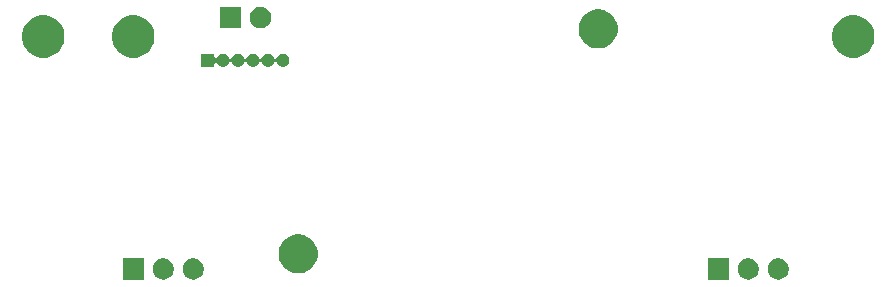
<source format=gbr>
G04 #@! TF.GenerationSoftware,KiCad,Pcbnew,(5.1.5)-3*
G04 #@! TF.CreationDate,2020-05-18T11:13:30-07:00*
G04 #@! TF.ProjectId,Conductivity_Sensor,436f6e64-7563-4746-9976-6974795f5365,rev?*
G04 #@! TF.SameCoordinates,Original*
G04 #@! TF.FileFunction,Soldermask,Bot*
G04 #@! TF.FilePolarity,Negative*
%FSLAX46Y46*%
G04 Gerber Fmt 4.6, Leading zero omitted, Abs format (unit mm)*
G04 Created by KiCad (PCBNEW (5.1.5)-3) date 2020-05-18 11:13:30*
%MOMM*%
%LPD*%
G04 APERTURE LIST*
%ADD10C,0.100000*%
G04 APERTURE END LIST*
D10*
G36*
X163461000Y-75196000D02*
G01*
X161659000Y-75196000D01*
X161659000Y-73394000D01*
X163461000Y-73394000D01*
X163461000Y-75196000D01*
G37*
G36*
X167753512Y-73398927D02*
G01*
X167902812Y-73428624D01*
X168066784Y-73496544D01*
X168214354Y-73595147D01*
X168339853Y-73720646D01*
X168438456Y-73868216D01*
X168506376Y-74032188D01*
X168541000Y-74206259D01*
X168541000Y-74383741D01*
X168506376Y-74557812D01*
X168438456Y-74721784D01*
X168339853Y-74869354D01*
X168214354Y-74994853D01*
X168066784Y-75093456D01*
X167902812Y-75161376D01*
X167753512Y-75191073D01*
X167728742Y-75196000D01*
X167551258Y-75196000D01*
X167526488Y-75191073D01*
X167377188Y-75161376D01*
X167213216Y-75093456D01*
X167065646Y-74994853D01*
X166940147Y-74869354D01*
X166841544Y-74721784D01*
X166773624Y-74557812D01*
X166739000Y-74383741D01*
X166739000Y-74206259D01*
X166773624Y-74032188D01*
X166841544Y-73868216D01*
X166940147Y-73720646D01*
X167065646Y-73595147D01*
X167213216Y-73496544D01*
X167377188Y-73428624D01*
X167526488Y-73398927D01*
X167551258Y-73394000D01*
X167728742Y-73394000D01*
X167753512Y-73398927D01*
G37*
G36*
X118223512Y-73398927D02*
G01*
X118372812Y-73428624D01*
X118536784Y-73496544D01*
X118684354Y-73595147D01*
X118809853Y-73720646D01*
X118908456Y-73868216D01*
X118976376Y-74032188D01*
X119011000Y-74206259D01*
X119011000Y-74383741D01*
X118976376Y-74557812D01*
X118908456Y-74721784D01*
X118809853Y-74869354D01*
X118684354Y-74994853D01*
X118536784Y-75093456D01*
X118372812Y-75161376D01*
X118223512Y-75191073D01*
X118198742Y-75196000D01*
X118021258Y-75196000D01*
X117996488Y-75191073D01*
X117847188Y-75161376D01*
X117683216Y-75093456D01*
X117535646Y-74994853D01*
X117410147Y-74869354D01*
X117311544Y-74721784D01*
X117243624Y-74557812D01*
X117209000Y-74383741D01*
X117209000Y-74206259D01*
X117243624Y-74032188D01*
X117311544Y-73868216D01*
X117410147Y-73720646D01*
X117535646Y-73595147D01*
X117683216Y-73496544D01*
X117847188Y-73428624D01*
X117996488Y-73398927D01*
X118021258Y-73394000D01*
X118198742Y-73394000D01*
X118223512Y-73398927D01*
G37*
G36*
X115683512Y-73398927D02*
G01*
X115832812Y-73428624D01*
X115996784Y-73496544D01*
X116144354Y-73595147D01*
X116269853Y-73720646D01*
X116368456Y-73868216D01*
X116436376Y-74032188D01*
X116471000Y-74206259D01*
X116471000Y-74383741D01*
X116436376Y-74557812D01*
X116368456Y-74721784D01*
X116269853Y-74869354D01*
X116144354Y-74994853D01*
X115996784Y-75093456D01*
X115832812Y-75161376D01*
X115683512Y-75191073D01*
X115658742Y-75196000D01*
X115481258Y-75196000D01*
X115456488Y-75191073D01*
X115307188Y-75161376D01*
X115143216Y-75093456D01*
X114995646Y-74994853D01*
X114870147Y-74869354D01*
X114771544Y-74721784D01*
X114703624Y-74557812D01*
X114669000Y-74383741D01*
X114669000Y-74206259D01*
X114703624Y-74032188D01*
X114771544Y-73868216D01*
X114870147Y-73720646D01*
X114995646Y-73595147D01*
X115143216Y-73496544D01*
X115307188Y-73428624D01*
X115456488Y-73398927D01*
X115481258Y-73394000D01*
X115658742Y-73394000D01*
X115683512Y-73398927D01*
G37*
G36*
X113931000Y-75196000D02*
G01*
X112129000Y-75196000D01*
X112129000Y-73394000D01*
X113931000Y-73394000D01*
X113931000Y-75196000D01*
G37*
G36*
X165213512Y-73398927D02*
G01*
X165362812Y-73428624D01*
X165526784Y-73496544D01*
X165674354Y-73595147D01*
X165799853Y-73720646D01*
X165898456Y-73868216D01*
X165966376Y-74032188D01*
X166001000Y-74206259D01*
X166001000Y-74383741D01*
X165966376Y-74557812D01*
X165898456Y-74721784D01*
X165799853Y-74869354D01*
X165674354Y-74994853D01*
X165526784Y-75093456D01*
X165362812Y-75161376D01*
X165213512Y-75191073D01*
X165188742Y-75196000D01*
X165011258Y-75196000D01*
X164986488Y-75191073D01*
X164837188Y-75161376D01*
X164673216Y-75093456D01*
X164525646Y-74994853D01*
X164400147Y-74869354D01*
X164301544Y-74721784D01*
X164233624Y-74557812D01*
X164199000Y-74383741D01*
X164199000Y-74206259D01*
X164233624Y-74032188D01*
X164301544Y-73868216D01*
X164400147Y-73720646D01*
X164525646Y-73595147D01*
X164673216Y-73496544D01*
X164837188Y-73428624D01*
X164986488Y-73398927D01*
X165011258Y-73394000D01*
X165188742Y-73394000D01*
X165213512Y-73398927D01*
G37*
G36*
X127375256Y-71416298D02*
G01*
X127481579Y-71437447D01*
X127782042Y-71561903D01*
X128052451Y-71742585D01*
X128282415Y-71972549D01*
X128463097Y-72242958D01*
X128587553Y-72543421D01*
X128651000Y-72862391D01*
X128651000Y-73187609D01*
X128587553Y-73506579D01*
X128463097Y-73807042D01*
X128282415Y-74077451D01*
X128052451Y-74307415D01*
X127782042Y-74488097D01*
X127481579Y-74612553D01*
X127375256Y-74633702D01*
X127162611Y-74676000D01*
X126837389Y-74676000D01*
X126624744Y-74633702D01*
X126518421Y-74612553D01*
X126217958Y-74488097D01*
X125947549Y-74307415D01*
X125717585Y-74077451D01*
X125536903Y-73807042D01*
X125412447Y-73506579D01*
X125349000Y-73187609D01*
X125349000Y-72862391D01*
X125412447Y-72543421D01*
X125536903Y-72242958D01*
X125717585Y-71972549D01*
X125947549Y-71742585D01*
X126217958Y-71561903D01*
X126518421Y-71437447D01*
X126624744Y-71416298D01*
X126837389Y-71374000D01*
X127162611Y-71374000D01*
X127375256Y-71416298D01*
G37*
G36*
X119905600Y-56288818D02*
G01*
X119908002Y-56313204D01*
X119915115Y-56336653D01*
X119926666Y-56358264D01*
X119942211Y-56377206D01*
X119961153Y-56392751D01*
X119982764Y-56404302D01*
X120006213Y-56411415D01*
X120030599Y-56413817D01*
X120054985Y-56411415D01*
X120078434Y-56404302D01*
X120100045Y-56392751D01*
X120118987Y-56377206D01*
X120134532Y-56358264D01*
X120196609Y-56265360D01*
X120196610Y-56265358D01*
X120273358Y-56188610D01*
X120363604Y-56128310D01*
X120363605Y-56128309D01*
X120463879Y-56086774D01*
X120570330Y-56065600D01*
X120678870Y-56065600D01*
X120785321Y-56086774D01*
X120885595Y-56128309D01*
X120885596Y-56128310D01*
X120975842Y-56188610D01*
X121052590Y-56265358D01*
X121052591Y-56265360D01*
X121112891Y-56355605D01*
X121144116Y-56430989D01*
X121155667Y-56452600D01*
X121171212Y-56471541D01*
X121190154Y-56487087D01*
X121211765Y-56498638D01*
X121235214Y-56505751D01*
X121259600Y-56508153D01*
X121283986Y-56505751D01*
X121307435Y-56498638D01*
X121329046Y-56487087D01*
X121347987Y-56471542D01*
X121363533Y-56452600D01*
X121375084Y-56430989D01*
X121406309Y-56355605D01*
X121466609Y-56265360D01*
X121466610Y-56265358D01*
X121543358Y-56188610D01*
X121633604Y-56128310D01*
X121633605Y-56128309D01*
X121733879Y-56086774D01*
X121840330Y-56065600D01*
X121948870Y-56065600D01*
X122055321Y-56086774D01*
X122155595Y-56128309D01*
X122155596Y-56128310D01*
X122245842Y-56188610D01*
X122322590Y-56265358D01*
X122322591Y-56265360D01*
X122382891Y-56355605D01*
X122414116Y-56430989D01*
X122425667Y-56452600D01*
X122441212Y-56471541D01*
X122460154Y-56487087D01*
X122481765Y-56498638D01*
X122505214Y-56505751D01*
X122529600Y-56508153D01*
X122553986Y-56505751D01*
X122577435Y-56498638D01*
X122599046Y-56487087D01*
X122617987Y-56471542D01*
X122633533Y-56452600D01*
X122645084Y-56430989D01*
X122676309Y-56355605D01*
X122736609Y-56265360D01*
X122736610Y-56265358D01*
X122813358Y-56188610D01*
X122903604Y-56128310D01*
X122903605Y-56128309D01*
X123003879Y-56086774D01*
X123110330Y-56065600D01*
X123218870Y-56065600D01*
X123325321Y-56086774D01*
X123425595Y-56128309D01*
X123425596Y-56128310D01*
X123515842Y-56188610D01*
X123592590Y-56265358D01*
X123592591Y-56265360D01*
X123652891Y-56355605D01*
X123684116Y-56430989D01*
X123695667Y-56452600D01*
X123711212Y-56471541D01*
X123730154Y-56487087D01*
X123751765Y-56498638D01*
X123775214Y-56505751D01*
X123799600Y-56508153D01*
X123823986Y-56505751D01*
X123847435Y-56498638D01*
X123869046Y-56487087D01*
X123887987Y-56471542D01*
X123903533Y-56452600D01*
X123915084Y-56430989D01*
X123946309Y-56355605D01*
X124006609Y-56265360D01*
X124006610Y-56265358D01*
X124083358Y-56188610D01*
X124173604Y-56128310D01*
X124173605Y-56128309D01*
X124273879Y-56086774D01*
X124380330Y-56065600D01*
X124488870Y-56065600D01*
X124595321Y-56086774D01*
X124695595Y-56128309D01*
X124695596Y-56128310D01*
X124785842Y-56188610D01*
X124862590Y-56265358D01*
X124862591Y-56265360D01*
X124922891Y-56355605D01*
X124954116Y-56430989D01*
X124965667Y-56452600D01*
X124981212Y-56471541D01*
X125000154Y-56487087D01*
X125021765Y-56498638D01*
X125045214Y-56505751D01*
X125069600Y-56508153D01*
X125093986Y-56505751D01*
X125117435Y-56498638D01*
X125139046Y-56487087D01*
X125157987Y-56471542D01*
X125173533Y-56452600D01*
X125185084Y-56430989D01*
X125216309Y-56355605D01*
X125276609Y-56265360D01*
X125276610Y-56265358D01*
X125353358Y-56188610D01*
X125443604Y-56128310D01*
X125443605Y-56128309D01*
X125543879Y-56086774D01*
X125650330Y-56065600D01*
X125758870Y-56065600D01*
X125865321Y-56086774D01*
X125965595Y-56128309D01*
X125965596Y-56128310D01*
X126055842Y-56188610D01*
X126132590Y-56265358D01*
X126132591Y-56265360D01*
X126192891Y-56355605D01*
X126234426Y-56455879D01*
X126255600Y-56562330D01*
X126255600Y-56670870D01*
X126234426Y-56777321D01*
X126192891Y-56877595D01*
X126192890Y-56877596D01*
X126132590Y-56967842D01*
X126055842Y-57044590D01*
X126010412Y-57074945D01*
X125965595Y-57104891D01*
X125865321Y-57146426D01*
X125758870Y-57167600D01*
X125650330Y-57167600D01*
X125543879Y-57146426D01*
X125443605Y-57104891D01*
X125398788Y-57074945D01*
X125353358Y-57044590D01*
X125276610Y-56967842D01*
X125216310Y-56877596D01*
X125216309Y-56877595D01*
X125185084Y-56802211D01*
X125173533Y-56780600D01*
X125157988Y-56761659D01*
X125139046Y-56746113D01*
X125117435Y-56734562D01*
X125093986Y-56727449D01*
X125069600Y-56725047D01*
X125045214Y-56727449D01*
X125021765Y-56734562D01*
X125000154Y-56746113D01*
X124981213Y-56761658D01*
X124965667Y-56780600D01*
X124954116Y-56802211D01*
X124922891Y-56877595D01*
X124922890Y-56877596D01*
X124862590Y-56967842D01*
X124785842Y-57044590D01*
X124740412Y-57074945D01*
X124695595Y-57104891D01*
X124595321Y-57146426D01*
X124488870Y-57167600D01*
X124380330Y-57167600D01*
X124273879Y-57146426D01*
X124173605Y-57104891D01*
X124128788Y-57074945D01*
X124083358Y-57044590D01*
X124006610Y-56967842D01*
X123946310Y-56877596D01*
X123946309Y-56877595D01*
X123915084Y-56802211D01*
X123903533Y-56780600D01*
X123887988Y-56761659D01*
X123869046Y-56746113D01*
X123847435Y-56734562D01*
X123823986Y-56727449D01*
X123799600Y-56725047D01*
X123775214Y-56727449D01*
X123751765Y-56734562D01*
X123730154Y-56746113D01*
X123711213Y-56761658D01*
X123695667Y-56780600D01*
X123684116Y-56802211D01*
X123652891Y-56877595D01*
X123652890Y-56877596D01*
X123592590Y-56967842D01*
X123515842Y-57044590D01*
X123470412Y-57074945D01*
X123425595Y-57104891D01*
X123325321Y-57146426D01*
X123218870Y-57167600D01*
X123110330Y-57167600D01*
X123003879Y-57146426D01*
X122903605Y-57104891D01*
X122858788Y-57074945D01*
X122813358Y-57044590D01*
X122736610Y-56967842D01*
X122676310Y-56877596D01*
X122676309Y-56877595D01*
X122645084Y-56802211D01*
X122633533Y-56780600D01*
X122617988Y-56761659D01*
X122599046Y-56746113D01*
X122577435Y-56734562D01*
X122553986Y-56727449D01*
X122529600Y-56725047D01*
X122505214Y-56727449D01*
X122481765Y-56734562D01*
X122460154Y-56746113D01*
X122441213Y-56761658D01*
X122425667Y-56780600D01*
X122414116Y-56802211D01*
X122382891Y-56877595D01*
X122382890Y-56877596D01*
X122322590Y-56967842D01*
X122245842Y-57044590D01*
X122200412Y-57074945D01*
X122155595Y-57104891D01*
X122055321Y-57146426D01*
X121948870Y-57167600D01*
X121840330Y-57167600D01*
X121733879Y-57146426D01*
X121633605Y-57104891D01*
X121588788Y-57074945D01*
X121543358Y-57044590D01*
X121466610Y-56967842D01*
X121406310Y-56877596D01*
X121406309Y-56877595D01*
X121375084Y-56802211D01*
X121363533Y-56780600D01*
X121347988Y-56761659D01*
X121329046Y-56746113D01*
X121307435Y-56734562D01*
X121283986Y-56727449D01*
X121259600Y-56725047D01*
X121235214Y-56727449D01*
X121211765Y-56734562D01*
X121190154Y-56746113D01*
X121171213Y-56761658D01*
X121155667Y-56780600D01*
X121144116Y-56802211D01*
X121112891Y-56877595D01*
X121112890Y-56877596D01*
X121052590Y-56967842D01*
X120975842Y-57044590D01*
X120930412Y-57074945D01*
X120885595Y-57104891D01*
X120785321Y-57146426D01*
X120678870Y-57167600D01*
X120570330Y-57167600D01*
X120463879Y-57146426D01*
X120363605Y-57104891D01*
X120318788Y-57074945D01*
X120273358Y-57044590D01*
X120196610Y-56967842D01*
X120175612Y-56936416D01*
X120134532Y-56874936D01*
X120118986Y-56855994D01*
X120100044Y-56840449D01*
X120078433Y-56828898D01*
X120054985Y-56821785D01*
X120030598Y-56819383D01*
X120006212Y-56821785D01*
X119982763Y-56828898D01*
X119961153Y-56840449D01*
X119942211Y-56855995D01*
X119926666Y-56874937D01*
X119915115Y-56896548D01*
X119908002Y-56919996D01*
X119905600Y-56944382D01*
X119905600Y-57167600D01*
X118803600Y-57167600D01*
X118803600Y-56065600D01*
X119905600Y-56065600D01*
X119905600Y-56288818D01*
G37*
G36*
X105636905Y-52818789D02*
G01*
X105935350Y-52878153D01*
X106263122Y-53013921D01*
X106558109Y-53211025D01*
X106808975Y-53461891D01*
X107006079Y-53756878D01*
X107141847Y-54084650D01*
X107211060Y-54432611D01*
X107211060Y-54787389D01*
X107141847Y-55135350D01*
X107006079Y-55463122D01*
X106808975Y-55758109D01*
X106558109Y-56008975D01*
X106263122Y-56206079D01*
X105935350Y-56341847D01*
X105636905Y-56401211D01*
X105587390Y-56411060D01*
X105232610Y-56411060D01*
X105183095Y-56401211D01*
X104884650Y-56341847D01*
X104556878Y-56206079D01*
X104261891Y-56008975D01*
X104011025Y-55758109D01*
X103813921Y-55463122D01*
X103678153Y-55135350D01*
X103608940Y-54787389D01*
X103608940Y-54432611D01*
X103678153Y-54084650D01*
X103813921Y-53756878D01*
X104011025Y-53461891D01*
X104261891Y-53211025D01*
X104556878Y-53013921D01*
X104884650Y-52878153D01*
X105183095Y-52818789D01*
X105232610Y-52808940D01*
X105587390Y-52808940D01*
X105636905Y-52818789D01*
G37*
G36*
X113256905Y-52818789D02*
G01*
X113555350Y-52878153D01*
X113883122Y-53013921D01*
X114178109Y-53211025D01*
X114428975Y-53461891D01*
X114626079Y-53756878D01*
X114761847Y-54084650D01*
X114831060Y-54432611D01*
X114831060Y-54787389D01*
X114761847Y-55135350D01*
X114626079Y-55463122D01*
X114428975Y-55758109D01*
X114178109Y-56008975D01*
X113883122Y-56206079D01*
X113555350Y-56341847D01*
X113256905Y-56401211D01*
X113207390Y-56411060D01*
X112852610Y-56411060D01*
X112803095Y-56401211D01*
X112504650Y-56341847D01*
X112176878Y-56206079D01*
X111881891Y-56008975D01*
X111631025Y-55758109D01*
X111433921Y-55463122D01*
X111298153Y-55135350D01*
X111228940Y-54787389D01*
X111228940Y-54432611D01*
X111298153Y-54084650D01*
X111433921Y-53756878D01*
X111631025Y-53461891D01*
X111881891Y-53211025D01*
X112176878Y-53013921D01*
X112504650Y-52878153D01*
X112803095Y-52818789D01*
X112852610Y-52808940D01*
X113207390Y-52808940D01*
X113256905Y-52818789D01*
G37*
G36*
X174216905Y-52818789D02*
G01*
X174515350Y-52878153D01*
X174843122Y-53013921D01*
X175138109Y-53211025D01*
X175388975Y-53461891D01*
X175586079Y-53756878D01*
X175721847Y-54084650D01*
X175791060Y-54432611D01*
X175791060Y-54787389D01*
X175721847Y-55135350D01*
X175586079Y-55463122D01*
X175388975Y-55758109D01*
X175138109Y-56008975D01*
X174843122Y-56206079D01*
X174515350Y-56341847D01*
X174216905Y-56401211D01*
X174167390Y-56411060D01*
X173812610Y-56411060D01*
X173763095Y-56401211D01*
X173464650Y-56341847D01*
X173136878Y-56206079D01*
X172841891Y-56008975D01*
X172591025Y-55758109D01*
X172393921Y-55463122D01*
X172258153Y-55135350D01*
X172188940Y-54787389D01*
X172188940Y-54432611D01*
X172258153Y-54084650D01*
X172393921Y-53756878D01*
X172591025Y-53461891D01*
X172841891Y-53211025D01*
X173136878Y-53013921D01*
X173464650Y-52878153D01*
X173763095Y-52818789D01*
X173812610Y-52808940D01*
X174167390Y-52808940D01*
X174216905Y-52818789D01*
G37*
G36*
X152775256Y-52366298D02*
G01*
X152881579Y-52387447D01*
X153182042Y-52511903D01*
X153452451Y-52692585D01*
X153682415Y-52922549D01*
X153863097Y-53192958D01*
X153974493Y-53461891D01*
X153987553Y-53493422D01*
X154050178Y-53808256D01*
X154051000Y-53812391D01*
X154051000Y-54137609D01*
X153987553Y-54456579D01*
X153863097Y-54757042D01*
X153682415Y-55027451D01*
X153452451Y-55257415D01*
X153182042Y-55438097D01*
X153182041Y-55438098D01*
X153182040Y-55438098D01*
X153094037Y-55474550D01*
X152881579Y-55562553D01*
X152775256Y-55583702D01*
X152562611Y-55626000D01*
X152237389Y-55626000D01*
X152024744Y-55583702D01*
X151918421Y-55562553D01*
X151705963Y-55474550D01*
X151617960Y-55438098D01*
X151617959Y-55438098D01*
X151617958Y-55438097D01*
X151347549Y-55257415D01*
X151117585Y-55027451D01*
X150936903Y-54757042D01*
X150812447Y-54456579D01*
X150749000Y-54137609D01*
X150749000Y-53812391D01*
X150749823Y-53808256D01*
X150812447Y-53493422D01*
X150825508Y-53461891D01*
X150936903Y-53192958D01*
X151117585Y-52922549D01*
X151347549Y-52692585D01*
X151617958Y-52511903D01*
X151918421Y-52387447D01*
X152024744Y-52366298D01*
X152237389Y-52324000D01*
X152562611Y-52324000D01*
X152775256Y-52366298D01*
G37*
G36*
X122160600Y-53910800D02*
G01*
X120358600Y-53910800D01*
X120358600Y-52108800D01*
X122160600Y-52108800D01*
X122160600Y-53910800D01*
G37*
G36*
X123913112Y-52113727D02*
G01*
X124062412Y-52143424D01*
X124226384Y-52211344D01*
X124373954Y-52309947D01*
X124499453Y-52435446D01*
X124598056Y-52583016D01*
X124665976Y-52746988D01*
X124700600Y-52921059D01*
X124700600Y-53098541D01*
X124665976Y-53272612D01*
X124598056Y-53436584D01*
X124499453Y-53584154D01*
X124373954Y-53709653D01*
X124226384Y-53808256D01*
X124062412Y-53876176D01*
X123913112Y-53905873D01*
X123888342Y-53910800D01*
X123710858Y-53910800D01*
X123686088Y-53905873D01*
X123536788Y-53876176D01*
X123372816Y-53808256D01*
X123225246Y-53709653D01*
X123099747Y-53584154D01*
X123001144Y-53436584D01*
X122933224Y-53272612D01*
X122898600Y-53098541D01*
X122898600Y-52921059D01*
X122933224Y-52746988D01*
X123001144Y-52583016D01*
X123099747Y-52435446D01*
X123225246Y-52309947D01*
X123372816Y-52211344D01*
X123536788Y-52143424D01*
X123686088Y-52113727D01*
X123710858Y-52108800D01*
X123888342Y-52108800D01*
X123913112Y-52113727D01*
G37*
M02*

</source>
